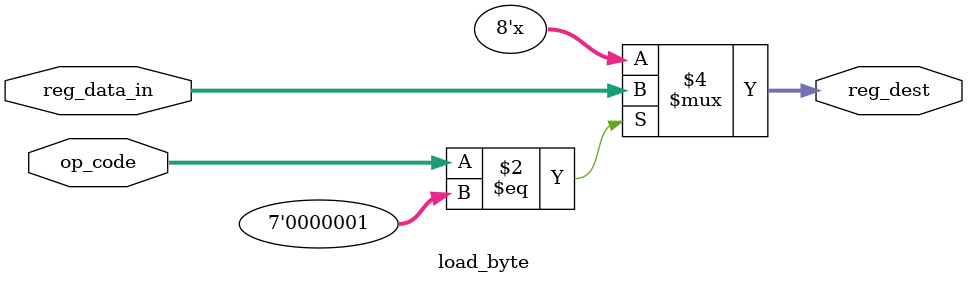
<source format=sv>
module load_byte
#(
	parameter OFFSET = 0,
	parameter LOAD_BYTE_OP = 7'b0000001
)
(
	input logic [6:0] op_code,
	input logic signed [7:0] reg_data_in, 
	
	output logic signed [7:0] reg_dest

); 

// reg_data_in here is to represent the register data from the memory.

// reg_dest is to represent the destination register. The data from the other register gets loaded to this for further use.

	always begin
		if(op_code == LOAD_BYTE_OP)
			reg_dest = reg_data_in;
	end

endmodule

</source>
